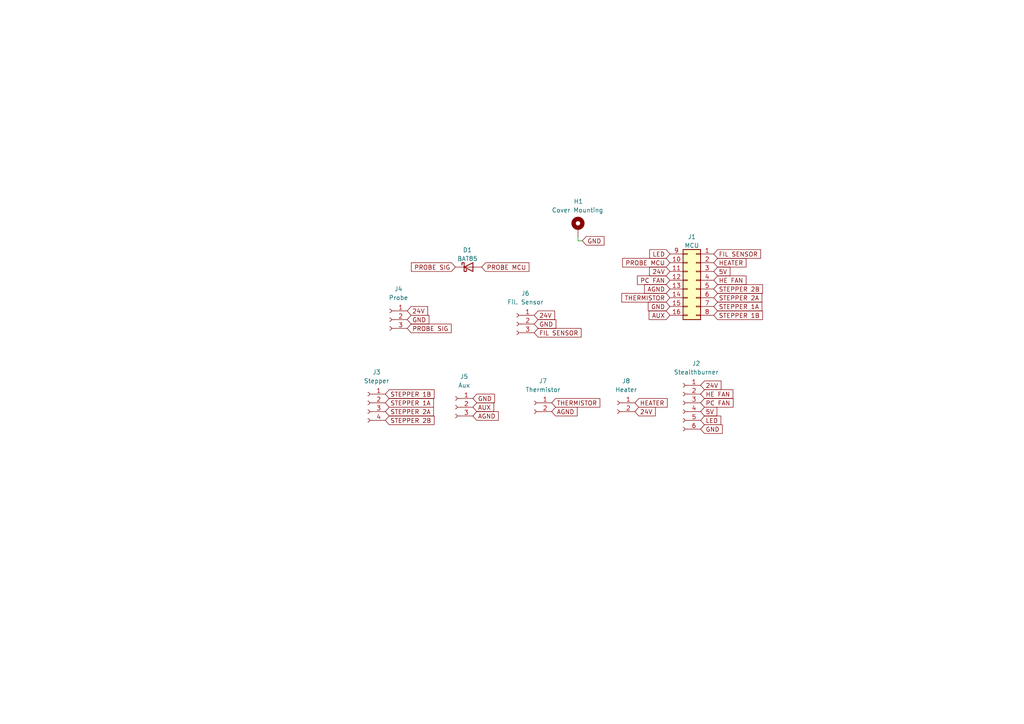
<source format=kicad_sch>
(kicad_sch (version 20211123) (generator eeschema)

  (uuid d8f5d3db-8ff0-4e94-8077-b07d51439a23)

  (paper "A4")

  (lib_symbols
    (symbol "Connector:Conn_01x02_Female" (pin_names (offset 1.016) hide) (in_bom yes) (on_board yes)
      (property "Reference" "J" (id 0) (at 0 2.54 0)
        (effects (font (size 1.27 1.27)))
      )
      (property "Value" "Conn_01x02_Female" (id 1) (at 0 -5.08 0)
        (effects (font (size 1.27 1.27)))
      )
      (property "Footprint" "" (id 2) (at 0 0 0)
        (effects (font (size 1.27 1.27)) hide)
      )
      (property "Datasheet" "~" (id 3) (at 0 0 0)
        (effects (font (size 1.27 1.27)) hide)
      )
      (property "ki_keywords" "connector" (id 4) (at 0 0 0)
        (effects (font (size 1.27 1.27)) hide)
      )
      (property "ki_description" "Generic connector, single row, 01x02, script generated (kicad-library-utils/schlib/autogen/connector/)" (id 5) (at 0 0 0)
        (effects (font (size 1.27 1.27)) hide)
      )
      (property "ki_fp_filters" "Connector*:*_1x??_*" (id 6) (at 0 0 0)
        (effects (font (size 1.27 1.27)) hide)
      )
      (symbol "Conn_01x02_Female_1_1"
        (arc (start 0 -2.032) (mid -0.508 -2.54) (end 0 -3.048)
          (stroke (width 0.1524) (type default) (color 0 0 0 0))
          (fill (type none))
        )
        (polyline
          (pts
            (xy -1.27 -2.54)
            (xy -0.508 -2.54)
          )
          (stroke (width 0.1524) (type default) (color 0 0 0 0))
          (fill (type none))
        )
        (polyline
          (pts
            (xy -1.27 0)
            (xy -0.508 0)
          )
          (stroke (width 0.1524) (type default) (color 0 0 0 0))
          (fill (type none))
        )
        (arc (start 0 0.508) (mid -0.508 0) (end 0 -0.508)
          (stroke (width 0.1524) (type default) (color 0 0 0 0))
          (fill (type none))
        )
        (pin passive line (at -5.08 0 0) (length 3.81)
          (name "Pin_1" (effects (font (size 1.27 1.27))))
          (number "1" (effects (font (size 1.27 1.27))))
        )
        (pin passive line (at -5.08 -2.54 0) (length 3.81)
          (name "Pin_2" (effects (font (size 1.27 1.27))))
          (number "2" (effects (font (size 1.27 1.27))))
        )
      )
    )
    (symbol "Connector:Conn_01x03_Female" (pin_names (offset 1.016) hide) (in_bom yes) (on_board yes)
      (property "Reference" "J" (id 0) (at 0 5.08 0)
        (effects (font (size 1.27 1.27)))
      )
      (property "Value" "Conn_01x03_Female" (id 1) (at 0 -5.08 0)
        (effects (font (size 1.27 1.27)))
      )
      (property "Footprint" "" (id 2) (at 0 0 0)
        (effects (font (size 1.27 1.27)) hide)
      )
      (property "Datasheet" "~" (id 3) (at 0 0 0)
        (effects (font (size 1.27 1.27)) hide)
      )
      (property "ki_keywords" "connector" (id 4) (at 0 0 0)
        (effects (font (size 1.27 1.27)) hide)
      )
      (property "ki_description" "Generic connector, single row, 01x03, script generated (kicad-library-utils/schlib/autogen/connector/)" (id 5) (at 0 0 0)
        (effects (font (size 1.27 1.27)) hide)
      )
      (property "ki_fp_filters" "Connector*:*_1x??_*" (id 6) (at 0 0 0)
        (effects (font (size 1.27 1.27)) hide)
      )
      (symbol "Conn_01x03_Female_1_1"
        (arc (start 0 -2.032) (mid -0.508 -2.54) (end 0 -3.048)
          (stroke (width 0.1524) (type default) (color 0 0 0 0))
          (fill (type none))
        )
        (polyline
          (pts
            (xy -1.27 -2.54)
            (xy -0.508 -2.54)
          )
          (stroke (width 0.1524) (type default) (color 0 0 0 0))
          (fill (type none))
        )
        (polyline
          (pts
            (xy -1.27 0)
            (xy -0.508 0)
          )
          (stroke (width 0.1524) (type default) (color 0 0 0 0))
          (fill (type none))
        )
        (polyline
          (pts
            (xy -1.27 2.54)
            (xy -0.508 2.54)
          )
          (stroke (width 0.1524) (type default) (color 0 0 0 0))
          (fill (type none))
        )
        (arc (start 0 0.508) (mid -0.508 0) (end 0 -0.508)
          (stroke (width 0.1524) (type default) (color 0 0 0 0))
          (fill (type none))
        )
        (arc (start 0 3.048) (mid -0.508 2.54) (end 0 2.032)
          (stroke (width 0.1524) (type default) (color 0 0 0 0))
          (fill (type none))
        )
        (pin passive line (at -5.08 2.54 0) (length 3.81)
          (name "Pin_1" (effects (font (size 1.27 1.27))))
          (number "1" (effects (font (size 1.27 1.27))))
        )
        (pin passive line (at -5.08 0 0) (length 3.81)
          (name "Pin_2" (effects (font (size 1.27 1.27))))
          (number "2" (effects (font (size 1.27 1.27))))
        )
        (pin passive line (at -5.08 -2.54 0) (length 3.81)
          (name "Pin_3" (effects (font (size 1.27 1.27))))
          (number "3" (effects (font (size 1.27 1.27))))
        )
      )
    )
    (symbol "Connector:Conn_01x04_Female" (pin_names (offset 1.016) hide) (in_bom yes) (on_board yes)
      (property "Reference" "J" (id 0) (at 0 5.08 0)
        (effects (font (size 1.27 1.27)))
      )
      (property "Value" "Conn_01x04_Female" (id 1) (at 0 -7.62 0)
        (effects (font (size 1.27 1.27)))
      )
      (property "Footprint" "" (id 2) (at 0 0 0)
        (effects (font (size 1.27 1.27)) hide)
      )
      (property "Datasheet" "~" (id 3) (at 0 0 0)
        (effects (font (size 1.27 1.27)) hide)
      )
      (property "ki_keywords" "connector" (id 4) (at 0 0 0)
        (effects (font (size 1.27 1.27)) hide)
      )
      (property "ki_description" "Generic connector, single row, 01x04, script generated (kicad-library-utils/schlib/autogen/connector/)" (id 5) (at 0 0 0)
        (effects (font (size 1.27 1.27)) hide)
      )
      (property "ki_fp_filters" "Connector*:*_1x??_*" (id 6) (at 0 0 0)
        (effects (font (size 1.27 1.27)) hide)
      )
      (symbol "Conn_01x04_Female_1_1"
        (arc (start 0 -4.572) (mid -0.508 -5.08) (end 0 -5.588)
          (stroke (width 0.1524) (type default) (color 0 0 0 0))
          (fill (type none))
        )
        (arc (start 0 -2.032) (mid -0.508 -2.54) (end 0 -3.048)
          (stroke (width 0.1524) (type default) (color 0 0 0 0))
          (fill (type none))
        )
        (polyline
          (pts
            (xy -1.27 -5.08)
            (xy -0.508 -5.08)
          )
          (stroke (width 0.1524) (type default) (color 0 0 0 0))
          (fill (type none))
        )
        (polyline
          (pts
            (xy -1.27 -2.54)
            (xy -0.508 -2.54)
          )
          (stroke (width 0.1524) (type default) (color 0 0 0 0))
          (fill (type none))
        )
        (polyline
          (pts
            (xy -1.27 0)
            (xy -0.508 0)
          )
          (stroke (width 0.1524) (type default) (color 0 0 0 0))
          (fill (type none))
        )
        (polyline
          (pts
            (xy -1.27 2.54)
            (xy -0.508 2.54)
          )
          (stroke (width 0.1524) (type default) (color 0 0 0 0))
          (fill (type none))
        )
        (arc (start 0 0.508) (mid -0.508 0) (end 0 -0.508)
          (stroke (width 0.1524) (type default) (color 0 0 0 0))
          (fill (type none))
        )
        (arc (start 0 3.048) (mid -0.508 2.54) (end 0 2.032)
          (stroke (width 0.1524) (type default) (color 0 0 0 0))
          (fill (type none))
        )
        (pin passive line (at -5.08 2.54 0) (length 3.81)
          (name "Pin_1" (effects (font (size 1.27 1.27))))
          (number "1" (effects (font (size 1.27 1.27))))
        )
        (pin passive line (at -5.08 0 0) (length 3.81)
          (name "Pin_2" (effects (font (size 1.27 1.27))))
          (number "2" (effects (font (size 1.27 1.27))))
        )
        (pin passive line (at -5.08 -2.54 0) (length 3.81)
          (name "Pin_3" (effects (font (size 1.27 1.27))))
          (number "3" (effects (font (size 1.27 1.27))))
        )
        (pin passive line (at -5.08 -5.08 0) (length 3.81)
          (name "Pin_4" (effects (font (size 1.27 1.27))))
          (number "4" (effects (font (size 1.27 1.27))))
        )
      )
    )
    (symbol "Connector:Conn_01x06_Female" (pin_names (offset 1.016) hide) (in_bom yes) (on_board yes)
      (property "Reference" "J" (id 0) (at 0 7.62 0)
        (effects (font (size 1.27 1.27)))
      )
      (property "Value" "Conn_01x06_Female" (id 1) (at 0 -10.16 0)
        (effects (font (size 1.27 1.27)))
      )
      (property "Footprint" "" (id 2) (at 0 0 0)
        (effects (font (size 1.27 1.27)) hide)
      )
      (property "Datasheet" "~" (id 3) (at 0 0 0)
        (effects (font (size 1.27 1.27)) hide)
      )
      (property "ki_keywords" "connector" (id 4) (at 0 0 0)
        (effects (font (size 1.27 1.27)) hide)
      )
      (property "ki_description" "Generic connector, single row, 01x06, script generated (kicad-library-utils/schlib/autogen/connector/)" (id 5) (at 0 0 0)
        (effects (font (size 1.27 1.27)) hide)
      )
      (property "ki_fp_filters" "Connector*:*_1x??_*" (id 6) (at 0 0 0)
        (effects (font (size 1.27 1.27)) hide)
      )
      (symbol "Conn_01x06_Female_1_1"
        (arc (start 0 -7.112) (mid -0.508 -7.62) (end 0 -8.128)
          (stroke (width 0.1524) (type default) (color 0 0 0 0))
          (fill (type none))
        )
        (arc (start 0 -4.572) (mid -0.508 -5.08) (end 0 -5.588)
          (stroke (width 0.1524) (type default) (color 0 0 0 0))
          (fill (type none))
        )
        (arc (start 0 -2.032) (mid -0.508 -2.54) (end 0 -3.048)
          (stroke (width 0.1524) (type default) (color 0 0 0 0))
          (fill (type none))
        )
        (polyline
          (pts
            (xy -1.27 -7.62)
            (xy -0.508 -7.62)
          )
          (stroke (width 0.1524) (type default) (color 0 0 0 0))
          (fill (type none))
        )
        (polyline
          (pts
            (xy -1.27 -5.08)
            (xy -0.508 -5.08)
          )
          (stroke (width 0.1524) (type default) (color 0 0 0 0))
          (fill (type none))
        )
        (polyline
          (pts
            (xy -1.27 -2.54)
            (xy -0.508 -2.54)
          )
          (stroke (width 0.1524) (type default) (color 0 0 0 0))
          (fill (type none))
        )
        (polyline
          (pts
            (xy -1.27 0)
            (xy -0.508 0)
          )
          (stroke (width 0.1524) (type default) (color 0 0 0 0))
          (fill (type none))
        )
        (polyline
          (pts
            (xy -1.27 2.54)
            (xy -0.508 2.54)
          )
          (stroke (width 0.1524) (type default) (color 0 0 0 0))
          (fill (type none))
        )
        (polyline
          (pts
            (xy -1.27 5.08)
            (xy -0.508 5.08)
          )
          (stroke (width 0.1524) (type default) (color 0 0 0 0))
          (fill (type none))
        )
        (arc (start 0 0.508) (mid -0.508 0) (end 0 -0.508)
          (stroke (width 0.1524) (type default) (color 0 0 0 0))
          (fill (type none))
        )
        (arc (start 0 3.048) (mid -0.508 2.54) (end 0 2.032)
          (stroke (width 0.1524) (type default) (color 0 0 0 0))
          (fill (type none))
        )
        (arc (start 0 5.588) (mid -0.508 5.08) (end 0 4.572)
          (stroke (width 0.1524) (type default) (color 0 0 0 0))
          (fill (type none))
        )
        (pin passive line (at -5.08 5.08 0) (length 3.81)
          (name "Pin_1" (effects (font (size 1.27 1.27))))
          (number "1" (effects (font (size 1.27 1.27))))
        )
        (pin passive line (at -5.08 2.54 0) (length 3.81)
          (name "Pin_2" (effects (font (size 1.27 1.27))))
          (number "2" (effects (font (size 1.27 1.27))))
        )
        (pin passive line (at -5.08 0 0) (length 3.81)
          (name "Pin_3" (effects (font (size 1.27 1.27))))
          (number "3" (effects (font (size 1.27 1.27))))
        )
        (pin passive line (at -5.08 -2.54 0) (length 3.81)
          (name "Pin_4" (effects (font (size 1.27 1.27))))
          (number "4" (effects (font (size 1.27 1.27))))
        )
        (pin passive line (at -5.08 -5.08 0) (length 3.81)
          (name "Pin_5" (effects (font (size 1.27 1.27))))
          (number "5" (effects (font (size 1.27 1.27))))
        )
        (pin passive line (at -5.08 -7.62 0) (length 3.81)
          (name "Pin_6" (effects (font (size 1.27 1.27))))
          (number "6" (effects (font (size 1.27 1.27))))
        )
      )
    )
    (symbol "Connector_Generic:Conn_02x08_Top_Bottom" (pin_names (offset 1.016) hide) (in_bom yes) (on_board yes)
      (property "Reference" "J" (id 0) (at 1.27 10.16 0)
        (effects (font (size 1.27 1.27)))
      )
      (property "Value" "Conn_02x08_Top_Bottom" (id 1) (at 1.27 -12.7 0)
        (effects (font (size 1.27 1.27)))
      )
      (property "Footprint" "" (id 2) (at 0 0 0)
        (effects (font (size 1.27 1.27)) hide)
      )
      (property "Datasheet" "~" (id 3) (at 0 0 0)
        (effects (font (size 1.27 1.27)) hide)
      )
      (property "ki_keywords" "connector" (id 4) (at 0 0 0)
        (effects (font (size 1.27 1.27)) hide)
      )
      (property "ki_description" "Generic connector, double row, 02x08, top/bottom pin numbering scheme (row 1: 1...pins_per_row, row2: pins_per_row+1 ... num_pins), script generated (kicad-library-utils/schlib/autogen/connector/)" (id 5) (at 0 0 0)
        (effects (font (size 1.27 1.27)) hide)
      )
      (property "ki_fp_filters" "Connector*:*_2x??_*" (id 6) (at 0 0 0)
        (effects (font (size 1.27 1.27)) hide)
      )
      (symbol "Conn_02x08_Top_Bottom_1_1"
        (rectangle (start -1.27 -10.033) (end 0 -10.287)
          (stroke (width 0.1524) (type default) (color 0 0 0 0))
          (fill (type none))
        )
        (rectangle (start -1.27 -7.493) (end 0 -7.747)
          (stroke (width 0.1524) (type default) (color 0 0 0 0))
          (fill (type none))
        )
        (rectangle (start -1.27 -4.953) (end 0 -5.207)
          (stroke (width 0.1524) (type default) (color 0 0 0 0))
          (fill (type none))
        )
        (rectangle (start -1.27 -2.413) (end 0 -2.667)
          (stroke (width 0.1524) (type default) (color 0 0 0 0))
          (fill (type none))
        )
        (rectangle (start -1.27 0.127) (end 0 -0.127)
          (stroke (width 0.1524) (type default) (color 0 0 0 0))
          (fill (type none))
        )
        (rectangle (start -1.27 2.667) (end 0 2.413)
          (stroke (width 0.1524) (type default) (color 0 0 0 0))
          (fill (type none))
        )
        (rectangle (start -1.27 5.207) (end 0 4.953)
          (stroke (width 0.1524) (type default) (color 0 0 0 0))
          (fill (type none))
        )
        (rectangle (start -1.27 7.747) (end 0 7.493)
          (stroke (width 0.1524) (type default) (color 0 0 0 0))
          (fill (type none))
        )
        (rectangle (start -1.27 8.89) (end 3.81 -11.43)
          (stroke (width 0.254) (type default) (color 0 0 0 0))
          (fill (type background))
        )
        (rectangle (start 3.81 -10.033) (end 2.54 -10.287)
          (stroke (width 0.1524) (type default) (color 0 0 0 0))
          (fill (type none))
        )
        (rectangle (start 3.81 -7.493) (end 2.54 -7.747)
          (stroke (width 0.1524) (type default) (color 0 0 0 0))
          (fill (type none))
        )
        (rectangle (start 3.81 -4.953) (end 2.54 -5.207)
          (stroke (width 0.1524) (type default) (color 0 0 0 0))
          (fill (type none))
        )
        (rectangle (start 3.81 -2.413) (end 2.54 -2.667)
          (stroke (width 0.1524) (type default) (color 0 0 0 0))
          (fill (type none))
        )
        (rectangle (start 3.81 0.127) (end 2.54 -0.127)
          (stroke (width 0.1524) (type default) (color 0 0 0 0))
          (fill (type none))
        )
        (rectangle (start 3.81 2.667) (end 2.54 2.413)
          (stroke (width 0.1524) (type default) (color 0 0 0 0))
          (fill (type none))
        )
        (rectangle (start 3.81 5.207) (end 2.54 4.953)
          (stroke (width 0.1524) (type default) (color 0 0 0 0))
          (fill (type none))
        )
        (rectangle (start 3.81 7.747) (end 2.54 7.493)
          (stroke (width 0.1524) (type default) (color 0 0 0 0))
          (fill (type none))
        )
        (pin passive line (at -5.08 7.62 0) (length 3.81)
          (name "Pin_1" (effects (font (size 1.27 1.27))))
          (number "1" (effects (font (size 1.27 1.27))))
        )
        (pin passive line (at 7.62 5.08 180) (length 3.81)
          (name "Pin_10" (effects (font (size 1.27 1.27))))
          (number "10" (effects (font (size 1.27 1.27))))
        )
        (pin passive line (at 7.62 2.54 180) (length 3.81)
          (name "Pin_11" (effects (font (size 1.27 1.27))))
          (number "11" (effects (font (size 1.27 1.27))))
        )
        (pin passive line (at 7.62 0 180) (length 3.81)
          (name "Pin_12" (effects (font (size 1.27 1.27))))
          (number "12" (effects (font (size 1.27 1.27))))
        )
        (pin passive line (at 7.62 -2.54 180) (length 3.81)
          (name "Pin_13" (effects (font (size 1.27 1.27))))
          (number "13" (effects (font (size 1.27 1.27))))
        )
        (pin passive line (at 7.62 -5.08 180) (length 3.81)
          (name "Pin_14" (effects (font (size 1.27 1.27))))
          (number "14" (effects (font (size 1.27 1.27))))
        )
        (pin passive line (at 7.62 -7.62 180) (length 3.81)
          (name "Pin_15" (effects (font (size 1.27 1.27))))
          (number "15" (effects (font (size 1.27 1.27))))
        )
        (pin passive line (at 7.62 -10.16 180) (length 3.81)
          (name "Pin_16" (effects (font (size 1.27 1.27))))
          (number "16" (effects (font (size 1.27 1.27))))
        )
        (pin passive line (at -5.08 5.08 0) (length 3.81)
          (name "Pin_2" (effects (font (size 1.27 1.27))))
          (number "2" (effects (font (size 1.27 1.27))))
        )
        (pin passive line (at -5.08 2.54 0) (length 3.81)
          (name "Pin_3" (effects (font (size 1.27 1.27))))
          (number "3" (effects (font (size 1.27 1.27))))
        )
        (pin passive line (at -5.08 0 0) (length 3.81)
          (name "Pin_4" (effects (font (size 1.27 1.27))))
          (number "4" (effects (font (size 1.27 1.27))))
        )
        (pin passive line (at -5.08 -2.54 0) (length 3.81)
          (name "Pin_5" (effects (font (size 1.27 1.27))))
          (number "5" (effects (font (size 1.27 1.27))))
        )
        (pin passive line (at -5.08 -5.08 0) (length 3.81)
          (name "Pin_6" (effects (font (size 1.27 1.27))))
          (number "6" (effects (font (size 1.27 1.27))))
        )
        (pin passive line (at -5.08 -7.62 0) (length 3.81)
          (name "Pin_7" (effects (font (size 1.27 1.27))))
          (number "7" (effects (font (size 1.27 1.27))))
        )
        (pin passive line (at -5.08 -10.16 0) (length 3.81)
          (name "Pin_8" (effects (font (size 1.27 1.27))))
          (number "8" (effects (font (size 1.27 1.27))))
        )
        (pin passive line (at 7.62 7.62 180) (length 3.81)
          (name "Pin_9" (effects (font (size 1.27 1.27))))
          (number "9" (effects (font (size 1.27 1.27))))
        )
      )
    )
    (symbol "Diode:BAT85" (pin_numbers hide) (pin_names (offset 1.016) hide) (in_bom yes) (on_board yes)
      (property "Reference" "D" (id 0) (at 0 2.54 0)
        (effects (font (size 1.27 1.27)))
      )
      (property "Value" "BAT85" (id 1) (at 0 -2.54 0)
        (effects (font (size 1.27 1.27)))
      )
      (property "Footprint" "Diode_THT:D_DO-35_SOD27_P7.62mm_Horizontal" (id 2) (at 0 -4.445 0)
        (effects (font (size 1.27 1.27)) hide)
      )
      (property "Datasheet" "https://assets.nexperia.com/documents/data-sheet/BAT85.pdf" (id 3) (at 0 0 0)
        (effects (font (size 1.27 1.27)) hide)
      )
      (property "ki_keywords" "diode Schottky" (id 4) (at 0 0 0)
        (effects (font (size 1.27 1.27)) hide)
      )
      (property "ki_description" "30V 0.2A Schottky barrier single diode, DO-35" (id 5) (at 0 0 0)
        (effects (font (size 1.27 1.27)) hide)
      )
      (property "ki_fp_filters" "D*DO?35*" (id 6) (at 0 0 0)
        (effects (font (size 1.27 1.27)) hide)
      )
      (symbol "BAT85_0_1"
        (polyline
          (pts
            (xy 1.27 0)
            (xy -1.27 0)
          )
          (stroke (width 0) (type default) (color 0 0 0 0))
          (fill (type none))
        )
        (polyline
          (pts
            (xy 1.27 1.27)
            (xy 1.27 -1.27)
            (xy -1.27 0)
            (xy 1.27 1.27)
          )
          (stroke (width 0.254) (type default) (color 0 0 0 0))
          (fill (type none))
        )
        (polyline
          (pts
            (xy -1.905 0.635)
            (xy -1.905 1.27)
            (xy -1.27 1.27)
            (xy -1.27 -1.27)
            (xy -0.635 -1.27)
            (xy -0.635 -0.635)
          )
          (stroke (width 0.254) (type default) (color 0 0 0 0))
          (fill (type none))
        )
      )
      (symbol "BAT85_1_1"
        (pin passive line (at -3.81 0 0) (length 2.54)
          (name "K" (effects (font (size 1.27 1.27))))
          (number "1" (effects (font (size 1.27 1.27))))
        )
        (pin passive line (at 3.81 0 180) (length 2.54)
          (name "A" (effects (font (size 1.27 1.27))))
          (number "2" (effects (font (size 1.27 1.27))))
        )
      )
    )
    (symbol "Mechanical:MountingHole_Pad" (pin_numbers hide) (pin_names (offset 1.016) hide) (in_bom yes) (on_board yes)
      (property "Reference" "H" (id 0) (at 0 6.35 0)
        (effects (font (size 1.27 1.27)))
      )
      (property "Value" "MountingHole_Pad" (id 1) (at 0 4.445 0)
        (effects (font (size 1.27 1.27)))
      )
      (property "Footprint" "" (id 2) (at 0 0 0)
        (effects (font (size 1.27 1.27)) hide)
      )
      (property "Datasheet" "~" (id 3) (at 0 0 0)
        (effects (font (size 1.27 1.27)) hide)
      )
      (property "ki_keywords" "mounting hole" (id 4) (at 0 0 0)
        (effects (font (size 1.27 1.27)) hide)
      )
      (property "ki_description" "Mounting Hole with connection" (id 5) (at 0 0 0)
        (effects (font (size 1.27 1.27)) hide)
      )
      (property "ki_fp_filters" "MountingHole*Pad*" (id 6) (at 0 0 0)
        (effects (font (size 1.27 1.27)) hide)
      )
      (symbol "MountingHole_Pad_0_1"
        (circle (center 0 1.27) (radius 1.27)
          (stroke (width 1.27) (type default) (color 0 0 0 0))
          (fill (type none))
        )
      )
      (symbol "MountingHole_Pad_1_1"
        (pin input line (at 0 -2.54 90) (length 2.54)
          (name "1" (effects (font (size 1.27 1.27))))
          (number "1" (effects (font (size 1.27 1.27))))
        )
      )
    )
  )


  (wire (pts (xy 167.64 68.58) (xy 167.64 69.85))
    (stroke (width 0) (type default) (color 0 0 0 0))
    (uuid 0830905b-b7bf-41bc-a66d-423703d57e53)
  )
  (wire (pts (xy 167.64 69.85) (xy 168.91 69.85))
    (stroke (width 0) (type default) (color 0 0 0 0))
    (uuid 54f36b96-d390-4d45-b911-80bc6ccd404e)
  )

  (global_label "FIL SENSOR" (shape input) (at 154.94 96.52 0) (fields_autoplaced)
    (effects (font (size 1.27 1.27)) (justify left))
    (uuid 02aa3a6a-d5a3-46bc-b73b-0cc97c2e73d1)
    (property "Intersheet References" "${INTERSHEET_REFS}" (id 0) (at 168.5412 96.4406 0)
      (effects (font (size 1.27 1.27)) (justify left) hide)
    )
  )
  (global_label "STEPPER 2B" (shape input) (at 111.76 121.92 0) (fields_autoplaced)
    (effects (font (size 1.27 1.27)) (justify left))
    (uuid 099bd33a-4322-4774-97bc-a39f544dbfc4)
    (property "Intersheet References" "${INTERSHEET_REFS}" (id 0) (at 125.9055 121.9994 0)
      (effects (font (size 1.27 1.27)) (justify left) hide)
    )
  )
  (global_label "5V" (shape input) (at 203.2 119.38 0) (fields_autoplaced)
    (effects (font (size 1.27 1.27)) (justify left))
    (uuid 109efc68-c091-400d-a2f3-c7a2554b7133)
    (property "Intersheet References" "${INTERSHEET_REFS}" (id 0) (at 207.9112 119.4594 0)
      (effects (font (size 1.27 1.27)) (justify left) hide)
    )
  )
  (global_label "GND" (shape input) (at 203.2 124.46 0) (fields_autoplaced)
    (effects (font (size 1.27 1.27)) (justify left))
    (uuid 1226586d-3efb-44d5-beef-7459f1e02f8c)
    (property "Intersheet References" "${INTERSHEET_REFS}" (id 0) (at 209.4836 124.3806 0)
      (effects (font (size 1.27 1.27)) (justify left) hide)
    )
  )
  (global_label "24V" (shape input) (at 154.94 91.44 0) (fields_autoplaced)
    (effects (font (size 1.27 1.27)) (justify left))
    (uuid 25dba55c-de9c-4232-ab8f-2244423a75d6)
    (property "Intersheet References" "${INTERSHEET_REFS}" (id 0) (at 160.8607 91.3606 0)
      (effects (font (size 1.27 1.27)) (justify left) hide)
    )
  )
  (global_label "24V" (shape input) (at 118.11 90.17 0) (fields_autoplaced)
    (effects (font (size 1.27 1.27)) (justify left))
    (uuid 37a8ebb3-0874-4396-86c7-1444b91a802f)
    (property "Intersheet References" "${INTERSHEET_REFS}" (id 0) (at 124.0307 90.0906 0)
      (effects (font (size 1.27 1.27)) (justify left) hide)
    )
  )
  (global_label "AUX" (shape input) (at 194.31 91.44 180) (fields_autoplaced)
    (effects (font (size 1.27 1.27)) (justify right))
    (uuid 3b67c2dd-7c63-4fb6-8383-31d77c685e2f)
    (property "Intersheet References" "${INTERSHEET_REFS}" (id 0) (at 188.2683 91.5194 0)
      (effects (font (size 1.27 1.27)) (justify right) hide)
    )
  )
  (global_label "STEPPER 2A" (shape input) (at 111.76 119.38 0) (fields_autoplaced)
    (effects (font (size 1.27 1.27)) (justify left))
    (uuid 3ed2a0aa-8822-411e-9091-6e88f906db78)
    (property "Intersheet References" "${INTERSHEET_REFS}" (id 0) (at 125.7241 119.4594 0)
      (effects (font (size 1.27 1.27)) (justify left) hide)
    )
  )
  (global_label "GND" (shape input) (at 168.91 69.85 0) (fields_autoplaced)
    (effects (font (size 1.27 1.27)) (justify left))
    (uuid 472b7af0-16ae-44a2-b2e0-9cecda2b56c6)
    (property "Intersheet References" "${INTERSHEET_REFS}" (id 0) (at 175.1936 69.7706 0)
      (effects (font (size 1.27 1.27)) (justify left) hide)
    )
  )
  (global_label "GND" (shape input) (at 154.94 93.98 0) (fields_autoplaced)
    (effects (font (size 1.27 1.27)) (justify left))
    (uuid 4940acfb-49e6-4928-8247-76823cf27410)
    (property "Intersheet References" "${INTERSHEET_REFS}" (id 0) (at 161.2236 93.9006 0)
      (effects (font (size 1.27 1.27)) (justify left) hide)
    )
  )
  (global_label "GND" (shape input) (at 118.11 92.71 0) (fields_autoplaced)
    (effects (font (size 1.27 1.27)) (justify left))
    (uuid 547e5237-9538-42de-b71d-74e9e4409d24)
    (property "Intersheet References" "${INTERSHEET_REFS}" (id 0) (at 124.3936 92.6306 0)
      (effects (font (size 1.27 1.27)) (justify left) hide)
    )
  )
  (global_label "THERMISTOR" (shape input) (at 194.31 86.36 180) (fields_autoplaced)
    (effects (font (size 1.27 1.27)) (justify right))
    (uuid 5a3149d2-7734-4cf7-a411-e75f54d6c1a4)
    (property "Intersheet References" "${INTERSHEET_REFS}" (id 0) (at 180.3459 86.4394 0)
      (effects (font (size 1.27 1.27)) (justify right) hide)
    )
  )
  (global_label "PROBE SIG" (shape input) (at 118.11 95.25 0) (fields_autoplaced)
    (effects (font (size 1.27 1.27)) (justify left))
    (uuid 5c7befee-bcc4-446e-99a5-4f712698e0a2)
    (property "Intersheet References" "${INTERSHEET_REFS}" (id 0) (at 130.8645 95.3294 0)
      (effects (font (size 1.27 1.27)) (justify left) hide)
    )
  )
  (global_label "HEATER" (shape input) (at 207.01 76.2 0) (fields_autoplaced)
    (effects (font (size 1.27 1.27)) (justify left))
    (uuid 5e7e13eb-2204-4da4-ae29-fe0fbae130e8)
    (property "Intersheet References" "${INTERSHEET_REFS}" (id 0) (at 216.3779 76.2794 0)
      (effects (font (size 1.27 1.27)) (justify left) hide)
    )
  )
  (global_label "GND" (shape input) (at 194.31 88.9 180) (fields_autoplaced)
    (effects (font (size 1.27 1.27)) (justify right))
    (uuid 69721506-d2cd-4479-af60-75840d8ee680)
    (property "Intersheet References" "${INTERSHEET_REFS}" (id 0) (at 188.0264 88.9794 0)
      (effects (font (size 1.27 1.27)) (justify right) hide)
    )
  )
  (global_label "PC FAN" (shape input) (at 203.2 116.84 0) (fields_autoplaced)
    (effects (font (size 1.27 1.27)) (justify left))
    (uuid 6af311a2-4f62-4c99-ad05-42ad0ccc3686)
    (property "Intersheet References" "${INTERSHEET_REFS}" (id 0) (at 212.6283 116.7606 0)
      (effects (font (size 1.27 1.27)) (justify left) hide)
    )
  )
  (global_label "PC FAN" (shape input) (at 194.31 81.28 180) (fields_autoplaced)
    (effects (font (size 1.27 1.27)) (justify right))
    (uuid 6db8fc8e-7247-4122-b638-6551f437794e)
    (property "Intersheet References" "${INTERSHEET_REFS}" (id 0) (at 184.8817 81.3594 0)
      (effects (font (size 1.27 1.27)) (justify right) hide)
    )
  )
  (global_label "FIL SENSOR" (shape input) (at 207.01 73.66 0) (fields_autoplaced)
    (effects (font (size 1.27 1.27)) (justify left))
    (uuid 7106ee91-3418-4774-a8fe-2cf39cebe2c3)
    (property "Intersheet References" "${INTERSHEET_REFS}" (id 0) (at 220.6112 73.5806 0)
      (effects (font (size 1.27 1.27)) (justify left) hide)
    )
  )
  (global_label "5V" (shape input) (at 207.01 78.74 0) (fields_autoplaced)
    (effects (font (size 1.27 1.27)) (justify left))
    (uuid 7376bed2-de37-420e-bb5f-e980e66cd804)
    (property "Intersheet References" "${INTERSHEET_REFS}" (id 0) (at 211.7212 78.8194 0)
      (effects (font (size 1.27 1.27)) (justify left) hide)
    )
  )
  (global_label "HEATER" (shape input) (at 184.15 116.84 0) (fields_autoplaced)
    (effects (font (size 1.27 1.27)) (justify left))
    (uuid 86b3607b-9d09-49f4-8cc0-db739eb19cda)
    (property "Intersheet References" "${INTERSHEET_REFS}" (id 0) (at 193.5179 116.9194 0)
      (effects (font (size 1.27 1.27)) (justify left) hide)
    )
  )
  (global_label "24V" (shape input) (at 203.2 111.76 0) (fields_autoplaced)
    (effects (font (size 1.27 1.27)) (justify left))
    (uuid 87f716f6-c554-43f5-954b-3dd8b6293b0c)
    (property "Intersheet References" "${INTERSHEET_REFS}" (id 0) (at 209.1207 111.6806 0)
      (effects (font (size 1.27 1.27)) (justify left) hide)
    )
  )
  (global_label "HE FAN" (shape input) (at 207.01 81.28 0) (fields_autoplaced)
    (effects (font (size 1.27 1.27)) (justify left))
    (uuid 95720364-fd96-4456-85d8-49cda2789be3)
    (property "Intersheet References" "${INTERSHEET_REFS}" (id 0) (at 216.3779 81.3594 0)
      (effects (font (size 1.27 1.27)) (justify left) hide)
    )
  )
  (global_label "24V" (shape input) (at 184.15 119.38 0) (fields_autoplaced)
    (effects (font (size 1.27 1.27)) (justify left))
    (uuid 97ab8546-5d4d-4637-bfbd-c30b6b963913)
    (property "Intersheet References" "${INTERSHEET_REFS}" (id 0) (at 190.0707 119.3006 0)
      (effects (font (size 1.27 1.27)) (justify left) hide)
    )
  )
  (global_label "AUX" (shape input) (at 137.16 118.11 0) (fields_autoplaced)
    (effects (font (size 1.27 1.27)) (justify left))
    (uuid 9c13e5a1-86cd-4202-9bb7-d744faea2a09)
    (property "Intersheet References" "${INTERSHEET_REFS}" (id 0) (at 143.2017 118.0306 0)
      (effects (font (size 1.27 1.27)) (justify left) hide)
    )
  )
  (global_label "PROBE SIG" (shape input) (at 132.08 77.47 180) (fields_autoplaced)
    (effects (font (size 1.27 1.27)) (justify right))
    (uuid a754017a-a7e5-4d70-bb2d-c91d071f0200)
    (property "Intersheet References" "${INTERSHEET_REFS}" (id 0) (at 119.3255 77.3906 0)
      (effects (font (size 1.27 1.27)) (justify right) hide)
    )
  )
  (global_label "AGND" (shape input) (at 160.02 119.38 0) (fields_autoplaced)
    (effects (font (size 1.27 1.27)) (justify left))
    (uuid a9960583-9579-4559-9adf-ee5c057400bf)
    (property "Intersheet References" "${INTERSHEET_REFS}" (id 0) (at 167.3921 119.3006 0)
      (effects (font (size 1.27 1.27)) (justify left) hide)
    )
  )
  (global_label "PROBE MCU" (shape input) (at 139.7 77.47 0) (fields_autoplaced)
    (effects (font (size 1.27 1.27)) (justify left))
    (uuid b4e69bbe-e464-4e21-8359-160b650eee1a)
    (property "Intersheet References" "${INTERSHEET_REFS}" (id 0) (at 153.4221 77.3906 0)
      (effects (font (size 1.27 1.27)) (justify left) hide)
    )
  )
  (global_label "LED" (shape input) (at 194.31 73.66 180) (fields_autoplaced)
    (effects (font (size 1.27 1.27)) (justify right))
    (uuid be10882a-81ea-4e7a-8d94-e118baf56cc5)
    (property "Intersheet References" "${INTERSHEET_REFS}" (id 0) (at 188.4498 73.5806 0)
      (effects (font (size 1.27 1.27)) (justify right) hide)
    )
  )
  (global_label "AGND" (shape input) (at 194.31 83.82 180) (fields_autoplaced)
    (effects (font (size 1.27 1.27)) (justify right))
    (uuid beeecf97-084c-4045-98dd-024d585a68ef)
    (property "Intersheet References" "${INTERSHEET_REFS}" (id 0) (at 186.9379 83.8994 0)
      (effects (font (size 1.27 1.27)) (justify right) hide)
    )
  )
  (global_label "LED" (shape input) (at 203.2 121.92 0) (fields_autoplaced)
    (effects (font (size 1.27 1.27)) (justify left))
    (uuid c0157666-a3df-4ecb-918e-d1564bffb39e)
    (property "Intersheet References" "${INTERSHEET_REFS}" (id 0) (at 209.0602 121.9994 0)
      (effects (font (size 1.27 1.27)) (justify left) hide)
    )
  )
  (global_label "HE FAN" (shape input) (at 203.2 114.3 0) (fields_autoplaced)
    (effects (font (size 1.27 1.27)) (justify left))
    (uuid c01cc443-c3e1-43ba-8a67-b7d2b717d790)
    (property "Intersheet References" "${INTERSHEET_REFS}" (id 0) (at 212.5679 114.3794 0)
      (effects (font (size 1.27 1.27)) (justify left) hide)
    )
  )
  (global_label "STEPPER 2B" (shape input) (at 207.01 83.82 0) (fields_autoplaced)
    (effects (font (size 1.27 1.27)) (justify left))
    (uuid c66b49af-ddb8-4af8-a497-6f2b1bb49b17)
    (property "Intersheet References" "${INTERSHEET_REFS}" (id 0) (at 221.1555 83.8994 0)
      (effects (font (size 1.27 1.27)) (justify left) hide)
    )
  )
  (global_label "THERMISTOR" (shape input) (at 160.02 116.84 0) (fields_autoplaced)
    (effects (font (size 1.27 1.27)) (justify left))
    (uuid c852c428-0e8c-4827-8c22-ba7b1c1c8a08)
    (property "Intersheet References" "${INTERSHEET_REFS}" (id 0) (at 173.9841 116.7606 0)
      (effects (font (size 1.27 1.27)) (justify left) hide)
    )
  )
  (global_label "AGND" (shape input) (at 137.16 120.65 0) (fields_autoplaced)
    (effects (font (size 1.27 1.27)) (justify left))
    (uuid cc43f12c-586f-49f3-83a1-f5aa6687b6e8)
    (property "Intersheet References" "${INTERSHEET_REFS}" (id 0) (at 144.5321 120.5706 0)
      (effects (font (size 1.27 1.27)) (justify left) hide)
    )
  )
  (global_label "24V" (shape input) (at 194.31 78.74 180) (fields_autoplaced)
    (effects (font (size 1.27 1.27)) (justify right))
    (uuid cd0fdd35-65db-47b9-9059-6fc78c357d9f)
    (property "Intersheet References" "${INTERSHEET_REFS}" (id 0) (at 188.3893 78.8194 0)
      (effects (font (size 1.27 1.27)) (justify right) hide)
    )
  )
  (global_label "PROBE MCU" (shape input) (at 194.31 76.2 180) (fields_autoplaced)
    (effects (font (size 1.27 1.27)) (justify right))
    (uuid d37b656a-4583-4534-b72e-3fac5132bfe5)
    (property "Intersheet References" "${INTERSHEET_REFS}" (id 0) (at 180.5879 76.1206 0)
      (effects (font (size 1.27 1.27)) (justify right) hide)
    )
  )
  (global_label "STEPPER 1A" (shape input) (at 207.01 88.9 0) (fields_autoplaced)
    (effects (font (size 1.27 1.27)) (justify left))
    (uuid db7037ce-33f1-4508-9e09-be9be152b5d0)
    (property "Intersheet References" "${INTERSHEET_REFS}" (id 0) (at 220.9741 88.9794 0)
      (effects (font (size 1.27 1.27)) (justify left) hide)
    )
  )
  (global_label "GND" (shape input) (at 137.16 115.57 0) (fields_autoplaced)
    (effects (font (size 1.27 1.27)) (justify left))
    (uuid e72d6cbb-5666-4a34-a68e-9843c8b33492)
    (property "Intersheet References" "${INTERSHEET_REFS}" (id 0) (at 143.4436 115.4906 0)
      (effects (font (size 1.27 1.27)) (justify left) hide)
    )
  )
  (global_label "STEPPER 1A" (shape input) (at 111.76 116.84 0) (fields_autoplaced)
    (effects (font (size 1.27 1.27)) (justify left))
    (uuid e7872f38-6ccc-4ab2-b10b-95cac6de7e38)
    (property "Intersheet References" "${INTERSHEET_REFS}" (id 0) (at 125.7241 116.9194 0)
      (effects (font (size 1.27 1.27)) (justify left) hide)
    )
  )
  (global_label "STEPPER 1B" (shape input) (at 111.76 114.3 0) (fields_autoplaced)
    (effects (font (size 1.27 1.27)) (justify left))
    (uuid eb41c55f-294e-4815-8e74-796458972b47)
    (property "Intersheet References" "${INTERSHEET_REFS}" (id 0) (at 125.9055 114.3794 0)
      (effects (font (size 1.27 1.27)) (justify left) hide)
    )
  )
  (global_label "STEPPER 1B" (shape input) (at 207.01 91.44 0) (fields_autoplaced)
    (effects (font (size 1.27 1.27)) (justify left))
    (uuid f0d0e050-5e7b-4478-acf3-d12023430b16)
    (property "Intersheet References" "${INTERSHEET_REFS}" (id 0) (at 221.1555 91.5194 0)
      (effects (font (size 1.27 1.27)) (justify left) hide)
    )
  )
  (global_label "STEPPER 2A" (shape input) (at 207.01 86.36 0) (fields_autoplaced)
    (effects (font (size 1.27 1.27)) (justify left))
    (uuid ff3e6c40-b7d6-4c42-8476-ebf91b96c556)
    (property "Intersheet References" "${INTERSHEET_REFS}" (id 0) (at 220.9741 86.4394 0)
      (effects (font (size 1.27 1.27)) (justify left) hide)
    )
  )

  (symbol (lib_id "Connector:Conn_01x04_Female") (at 106.68 116.84 0) (mirror y) (unit 1)
    (in_bom yes) (on_board yes)
    (uuid 1c006678-b3e4-470b-9a87-3cde16ba3b79)
    (property "Reference" "J3" (id 0) (at 109.22 107.95 0))
    (property "Value" "Stepper" (id 1) (at 109.22 110.49 0))
    (property "Footprint" "Connector_JST:JST_PH_B4B-PH-K_1x04_P2.00mm_Vertical" (id 2) (at 106.68 116.84 0)
      (effects (font (size 1.27 1.27)) hide)
    )
    (property "Datasheet" "~" (id 3) (at 106.68 116.84 0)
      (effects (font (size 1.27 1.27)) hide)
    )
    (pin "1" (uuid c4d17773-2134-4730-af9c-3100bca83929))
    (pin "2" (uuid c209b827-d99f-47d3-a163-3282492bc6b6))
    (pin "3" (uuid 8076ad0e-5001-40bd-96de-07e333e6b983))
    (pin "4" (uuid 1e660a92-9862-409d-af15-c1937c9255ca))
  )

  (symbol (lib_id "Connector:Conn_01x03_Female") (at 132.08 118.11 0) (mirror y) (unit 1)
    (in_bom yes) (on_board yes)
    (uuid 314127c0-e22c-43d7-84b1-a0285f47c31e)
    (property "Reference" "J5" (id 0) (at 134.62 109.22 0))
    (property "Value" "Aux" (id 1) (at 134.62 111.76 0))
    (property "Footprint" "Connector_JST:JST_PH_B3B-PH-K_1x03_P2.00mm_Vertical" (id 2) (at 132.08 118.11 0)
      (effects (font (size 1.27 1.27)) hide)
    )
    (property "Datasheet" "~" (id 3) (at 132.08 118.11 0)
      (effects (font (size 1.27 1.27)) hide)
    )
    (pin "1" (uuid 05fb81b2-1af2-4360-b9ad-eaff4517370c))
    (pin "2" (uuid 81489e91-f2a7-42ec-8aaf-b6f688891277))
    (pin "3" (uuid c5b261de-aaab-486b-a4b6-90211e38dfdb))
  )

  (symbol (lib_id "Diode:BAT85") (at 135.89 77.47 0) (unit 1)
    (in_bom yes) (on_board yes) (fields_autoplaced)
    (uuid 44692984-b277-4a7f-b4bd-fcdf71a516bd)
    (property "Reference" "D1" (id 0) (at 135.5725 72.5002 0))
    (property "Value" "BAT85" (id 1) (at 135.5725 75.0371 0))
    (property "Footprint" "Diode_THT:D_DO-35_SOD27_P7.62mm_Horizontal" (id 2) (at 135.89 81.915 0)
      (effects (font (size 1.27 1.27)) hide)
    )
    (property "Datasheet" "https://assets.nexperia.com/documents/data-sheet/BAT85.pdf" (id 3) (at 135.89 77.47 0)
      (effects (font (size 1.27 1.27)) hide)
    )
    (pin "1" (uuid 0951a787-0d81-463f-af13-cf41346762c2))
    (pin "2" (uuid 45f71828-0e72-45ce-8851-ff0d724b2bc5))
  )

  (symbol (lib_id "Connector:Conn_01x02_Female") (at 154.94 116.84 0) (mirror y) (unit 1)
    (in_bom yes) (on_board yes)
    (uuid 48f226ff-ffa6-4431-90c3-057aebe3a6e6)
    (property "Reference" "J7" (id 0) (at 157.48 110.49 0))
    (property "Value" "Thermistor" (id 1) (at 157.48 113.03 0))
    (property "Footprint" "MaximeLibrary:Molex_Micro-Fit_3.0_43650-0200" (id 2) (at 154.94 116.84 0)
      (effects (font (size 1.27 1.27)) hide)
    )
    (property "Datasheet" "~" (id 3) (at 154.94 116.84 0)
      (effects (font (size 1.27 1.27)) hide)
    )
    (pin "1" (uuid 7b9fe3e2-b124-4185-a2f9-8b26946a0999))
    (pin "2" (uuid 2df50b82-1d41-41f0-9127-2483cb5034b8))
  )

  (symbol (lib_id "Mechanical:MountingHole_Pad") (at 167.64 66.04 0) (unit 1)
    (in_bom yes) (on_board yes)
    (uuid 815b7a56-7b14-44a9-a2a5-3b900cf7dff7)
    (property "Reference" "H1" (id 0) (at 166.37 58.42 0)
      (effects (font (size 1.27 1.27)) (justify left))
    )
    (property "Value" "Cover Mounting" (id 1) (at 160.02 60.96 0)
      (effects (font (size 1.27 1.27)) (justify left))
    )
    (property "Footprint" "MountingHole:MountingHole_3.2mm_M3_Pad" (id 2) (at 167.64 66.04 0)
      (effects (font (size 1.27 1.27)) hide)
    )
    (property "Datasheet" "~" (id 3) (at 167.64 66.04 0)
      (effects (font (size 1.27 1.27)) hide)
    )
    (pin "1" (uuid e571fae6-61cd-4282-af82-ece8a9e4116c))
  )

  (symbol (lib_id "Connector:Conn_01x03_Female") (at 113.03 92.71 0) (mirror y) (unit 1)
    (in_bom yes) (on_board yes)
    (uuid 942852a4-539c-45cc-aed0-c90602de393c)
    (property "Reference" "J4" (id 0) (at 115.57 83.82 0))
    (property "Value" "Probe" (id 1) (at 115.57 86.36 0))
    (property "Footprint" "Connector_JST:JST_PH_B3B-PH-K_1x03_P2.00mm_Vertical" (id 2) (at 113.03 92.71 0)
      (effects (font (size 1.27 1.27)) hide)
    )
    (property "Datasheet" "~" (id 3) (at 113.03 92.71 0)
      (effects (font (size 1.27 1.27)) hide)
    )
    (pin "1" (uuid 9e707385-4ee1-4c33-85e6-d0ef688ef233))
    (pin "2" (uuid 2047cb9d-e196-4304-a20f-a2a20166c083))
    (pin "3" (uuid 24b8ddac-4b8f-4992-b47c-3ce3170f5065))
  )

  (symbol (lib_id "Connector_Generic:Conn_02x08_Top_Bottom") (at 201.93 81.28 0) (mirror y) (unit 1)
    (in_bom yes) (on_board yes) (fields_autoplaced)
    (uuid b6afaa6f-06b4-4c85-9395-2e5d3b74c72a)
    (property "Reference" "J1" (id 0) (at 200.66 68.6902 0))
    (property "Value" "MCU" (id 1) (at 200.66 71.2271 0))
    (property "Footprint" "MaximeLibrary:Molex_Micro-Fit_3.0_43045-1600" (id 2) (at 201.93 81.28 0)
      (effects (font (size 1.27 1.27)) hide)
    )
    (property "Datasheet" "~" (id 3) (at 201.93 81.28 0)
      (effects (font (size 1.27 1.27)) hide)
    )
    (pin "1" (uuid ab7282b9-cd34-4fdc-b699-972fc0c477f2))
    (pin "10" (uuid 7ca2c847-acb0-4f57-8860-82df3607cffa))
    (pin "11" (uuid 8f209459-066b-430b-b31f-68c5029388a0))
    (pin "12" (uuid 1fe6631d-7d54-4444-bd6b-27511a305287))
    (pin "13" (uuid 9f50ab88-290f-4be3-83a2-733d87865c9d))
    (pin "14" (uuid ce8cf4d6-5a1f-497d-a07e-ac1070c86f1f))
    (pin "15" (uuid 9d93efa5-c1c7-4563-aaf3-f094cd795de3))
    (pin "16" (uuid 68e411ef-b899-4bdf-b5e1-b7b5643f1f12))
    (pin "2" (uuid c246e6ce-df01-4d5e-b501-13afbe9d8de1))
    (pin "3" (uuid b2dc7302-7558-4235-84ee-bf2fef9d564c))
    (pin "4" (uuid 99bf84b1-4abd-49de-8b6d-a3cd66259d5c))
    (pin "5" (uuid 499dc9e4-f379-4038-8ef4-298ad9ee97c4))
    (pin "6" (uuid 80905cef-c08f-4f74-84bb-ef7a5605a52c))
    (pin "7" (uuid ccbf357f-e284-4e93-8b87-a15aaef2bab5))
    (pin "8" (uuid 8e4b2226-4a6c-4a67-a792-ff8da05a0dd5))
    (pin "9" (uuid dfe77d17-6f4a-410e-bb39-a1f62fab31e7))
  )

  (symbol (lib_id "Connector:Conn_01x02_Female") (at 179.07 116.84 0) (mirror y) (unit 1)
    (in_bom yes) (on_board yes)
    (uuid e1aaa470-07c0-4dff-85fb-20a462c84e14)
    (property "Reference" "J8" (id 0) (at 181.61 110.49 0))
    (property "Value" "Heater" (id 1) (at 181.61 113.03 0))
    (property "Footprint" "MaximeLibrary:Molex_Micro-Fit_3.0_43650-0200" (id 2) (at 179.07 116.84 0)
      (effects (font (size 1.27 1.27)) hide)
    )
    (property "Datasheet" "~" (id 3) (at 179.07 116.84 0)
      (effects (font (size 1.27 1.27)) hide)
    )
    (pin "1" (uuid 5e633bc5-0a9f-4f07-a54e-94e77cf8d5d9))
    (pin "2" (uuid 7170f020-b6ea-4613-a38c-ed04d3796332))
  )

  (symbol (lib_id "Connector:Conn_01x06_Female") (at 198.12 116.84 0) (mirror y) (unit 1)
    (in_bom yes) (on_board yes)
    (uuid ea1c5dbe-0684-46ce-a9b3-664a9f2cfc09)
    (property "Reference" "J2" (id 0) (at 201.93 105.41 0))
    (property "Value" "Stealthburner" (id 1) (at 201.93 107.95 0))
    (property "Footprint" "Connector_PinSocket_2.54mm:PinSocket_1x06_P2.54mm_Horizontal" (id 2) (at 198.12 116.84 0)
      (effects (font (size 1.27 1.27)) hide)
    )
    (property "Datasheet" "~" (id 3) (at 198.12 116.84 0)
      (effects (font (size 1.27 1.27)) hide)
    )
    (pin "1" (uuid 3d0d8cff-1276-457a-8807-a986575910f7))
    (pin "2" (uuid 3cffdfef-16c4-4477-bab5-fe7eb0de7695))
    (pin "3" (uuid a072ed06-1825-4345-aed1-424fdf30d88b))
    (pin "4" (uuid 340d2a07-4a9b-419c-8129-0f98591ac6c7))
    (pin "5" (uuid 7edc5ea3-387c-4c11-b25d-a599fdc97d08))
    (pin "6" (uuid dc783b5d-e607-4d34-8fb4-ba43595b67e1))
  )

  (symbol (lib_id "Connector:Conn_01x03_Female") (at 149.86 93.98 0) (mirror y) (unit 1)
    (in_bom yes) (on_board yes)
    (uuid fdca145b-5c41-4d92-8d60-eb59a2931ff0)
    (property "Reference" "J6" (id 0) (at 152.4 85.09 0))
    (property "Value" "Fil. Sensor" (id 1) (at 152.4 87.63 0))
    (property "Footprint" "Connector_JST:JST_PH_B3B-PH-K_1x03_P2.00mm_Vertical" (id 2) (at 149.86 93.98 0)
      (effects (font (size 1.27 1.27)) hide)
    )
    (property "Datasheet" "~" (id 3) (at 149.86 93.98 0)
      (effects (font (size 1.27 1.27)) hide)
    )
    (pin "1" (uuid 211f9618-f4ff-46f1-83b0-7a104cea3533))
    (pin "2" (uuid 4680532b-caa5-4702-b9e4-c5fa1f8213ce))
    (pin "3" (uuid 19f5cbac-734e-478d-986f-bcce80cace1f))
  )

  (sheet_instances
    (path "/" (page "1"))
  )

  (symbol_instances
    (path "/44692984-b277-4a7f-b4bd-fcdf71a516bd"
      (reference "D1") (unit 1) (value "BAT85") (footprint "Diode_THT:D_DO-35_SOD27_P7.62mm_Horizontal")
    )
    (path "/815b7a56-7b14-44a9-a2a5-3b900cf7dff7"
      (reference "H1") (unit 1) (value "Cover Mounting") (footprint "MountingHole:MountingHole_3.2mm_M3_Pad")
    )
    (path "/b6afaa6f-06b4-4c85-9395-2e5d3b74c72a"
      (reference "J1") (unit 1) (value "MCU") (footprint "MaximeLibrary:Molex_Micro-Fit_3.0_43045-1600")
    )
    (path "/ea1c5dbe-0684-46ce-a9b3-664a9f2cfc09"
      (reference "J2") (unit 1) (value "Stealthburner") (footprint "Connector_PinSocket_2.54mm:PinSocket_1x06_P2.54mm_Horizontal")
    )
    (path "/1c006678-b3e4-470b-9a87-3cde16ba3b79"
      (reference "J3") (unit 1) (value "Stepper") (footprint "Connector_JST:JST_PH_B4B-PH-K_1x04_P2.00mm_Vertical")
    )
    (path "/942852a4-539c-45cc-aed0-c90602de393c"
      (reference "J4") (unit 1) (value "Probe") (footprint "Connector_JST:JST_PH_B3B-PH-K_1x03_P2.00mm_Vertical")
    )
    (path "/314127c0-e22c-43d7-84b1-a0285f47c31e"
      (reference "J5") (unit 1) (value "Aux") (footprint "Connector_JST:JST_PH_B3B-PH-K_1x03_P2.00mm_Vertical")
    )
    (path "/fdca145b-5c41-4d92-8d60-eb59a2931ff0"
      (reference "J6") (unit 1) (value "Fil. Sensor") (footprint "Connector_JST:JST_PH_B3B-PH-K_1x03_P2.00mm_Vertical")
    )
    (path "/48f226ff-ffa6-4431-90c3-057aebe3a6e6"
      (reference "J7") (unit 1) (value "Thermistor") (footprint "MaximeLibrary:Molex_Micro-Fit_3.0_43650-0200")
    )
    (path "/e1aaa470-07c0-4dff-85fb-20a462c84e14"
      (reference "J8") (unit 1) (value "Heater") (footprint "MaximeLibrary:Molex_Micro-Fit_3.0_43650-0200")
    )
  )
)

</source>
